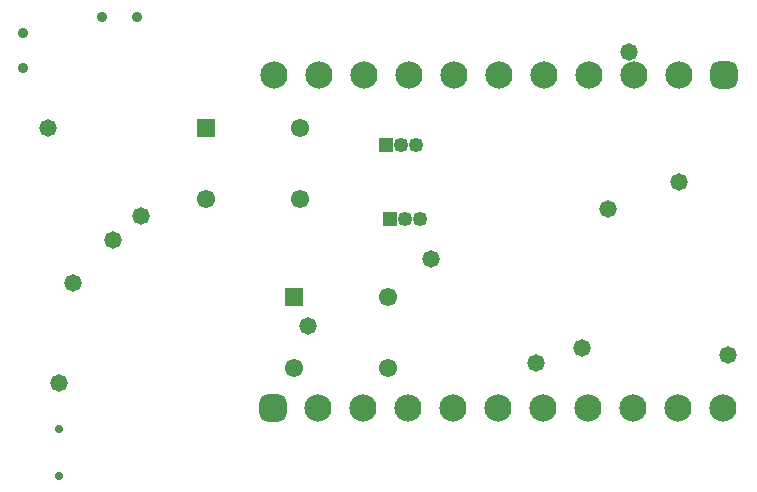
<source format=gbr>
G04*
G04 #@! TF.GenerationSoftware,Altium Limited,Altium Designer,24.1.2 (44)*
G04*
G04 Layer_Color=16711935*
%FSLAX44Y44*%
%MOMM*%
G71*
G04*
G04 #@! TF.SameCoordinates,5DE7BCAC-930E-4ACC-850D-064FDCF0EFED*
G04*
G04*
G04 #@! TF.FilePolarity,Negative*
G04*
G01*
G75*
%ADD55C,0.9000*%
%ADD56C,0.7032*%
%ADD57C,2.3032*%
G04:AMPARAMS|DCode=58|XSize=2.3032mm|YSize=2.3032mm|CornerRadius=0.6266mm|HoleSize=0mm|Usage=FLASHONLY|Rotation=180.000|XOffset=0mm|YOffset=0mm|HoleType=Round|Shape=RoundedRectangle|*
%AMROUNDEDRECTD58*
21,1,2.3032,1.0500,0,0,180.0*
21,1,1.0500,2.3032,0,0,180.0*
1,1,1.2532,-0.5250,0.5250*
1,1,1.2532,0.5250,0.5250*
1,1,1.2532,0.5250,-0.5250*
1,1,1.2532,-0.5250,-0.5250*
%
%ADD58ROUNDEDRECTD58*%
%ADD59R,1.5500X1.5500*%
%ADD60C,1.5500*%
%ADD61R,1.2532X1.2532*%
%ADD62C,1.2532*%
%ADD63C,1.4732*%
D55*
X125985Y415966D02*
D03*
X95985D02*
D03*
X29600Y402827D02*
D03*
Y372826D02*
D03*
D56*
X59600Y27310D02*
D03*
Y67310D02*
D03*
D57*
X242006Y367168D02*
D03*
X280106D02*
D03*
X356306D02*
D03*
X432506D02*
D03*
X508706D02*
D03*
X546806D02*
D03*
X584906D02*
D03*
X470606D02*
D03*
X394406D02*
D03*
X318206D02*
D03*
X622337Y84648D02*
D03*
X584237D02*
D03*
X508037D02*
D03*
X431837D02*
D03*
X355637D02*
D03*
X317537D02*
D03*
X279437D02*
D03*
X393737D02*
D03*
X469937D02*
D03*
X546137D02*
D03*
D58*
X623006Y367168D02*
D03*
X241337Y84648D02*
D03*
D59*
X258450Y178590D02*
D03*
X184204Y322342D02*
D03*
D60*
X338450Y178590D02*
D03*
X258450Y118590D02*
D03*
X338450D02*
D03*
X264204Y262342D02*
D03*
X184204D02*
D03*
X264204Y322342D02*
D03*
D61*
X336550Y307340D02*
D03*
X340360Y245110D02*
D03*
D62*
X349250Y307340D02*
D03*
X361950D02*
D03*
X353060Y245110D02*
D03*
X365760D02*
D03*
D63*
X524520Y253814D02*
D03*
X542544Y386334D02*
D03*
X584708Y276098D02*
D03*
X128950Y247396D02*
D03*
X463804Y123190D02*
D03*
X502666Y136144D02*
D03*
X105918Y227330D02*
D03*
X50546Y322326D02*
D03*
X270510Y154178D02*
D03*
X59944Y105918D02*
D03*
X71882Y190500D02*
D03*
X626618Y129794D02*
D03*
X374904Y210820D02*
D03*
M02*

</source>
